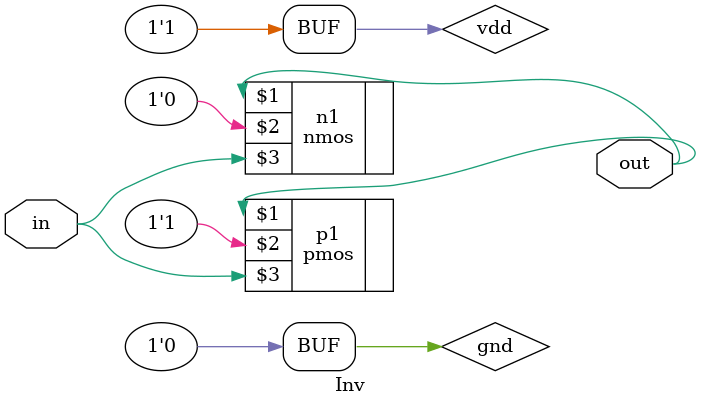
<source format=sv>
/* CMOS Inverter gate.
 *
 * <script type="WaveDrom">
 * { assign:[
 *   ["out",
 *     ["~", "in"]
 *   ]
 * ]}
 * </script>
 *
 * Use Verilog keywords `pmos` and `nmos` to define 2 transistors:
 *
 * ```verilog
 *  pmos p1 (out, vdd, in); // out = HI(vdd) if in is LO
 *  nmos n1 (out, gnd, in); // out = LO(gnd) if in is HI
 * ```
 *
 * See book by Yamin Li, Computer principles and design in Verilog HDL.
 *
 * <pre>
 *           +-------+-----+ vdd
 *                   |
 *               +   |
 *             + +---+
 *       +----o| |      p1
 *       |     + +---+
 *       |       +   |
 *       |           |
 *  +----+           +------+
 *       |           |
 *       |       +   |
 *       |     + +---+
 *       +-----+ |     n1
 *             + +---+
 *               +   |
 *                   |
 *                   |
 *         +---------+----+ gnd
 * </pre>
 *  
 */
module Inv(
    input wire in,
    output wire out // out = ~in
);
    supply1 vdd; // logic 1 (power)
    supply0 gnd; // logic 0 (ground)

    // pmos (drain, source, gate);
    pmos p1 (out, vdd, in);

    // nmos (drain, source, gate);
    nmos n1 (out, gnd, in);

endmodule

</source>
